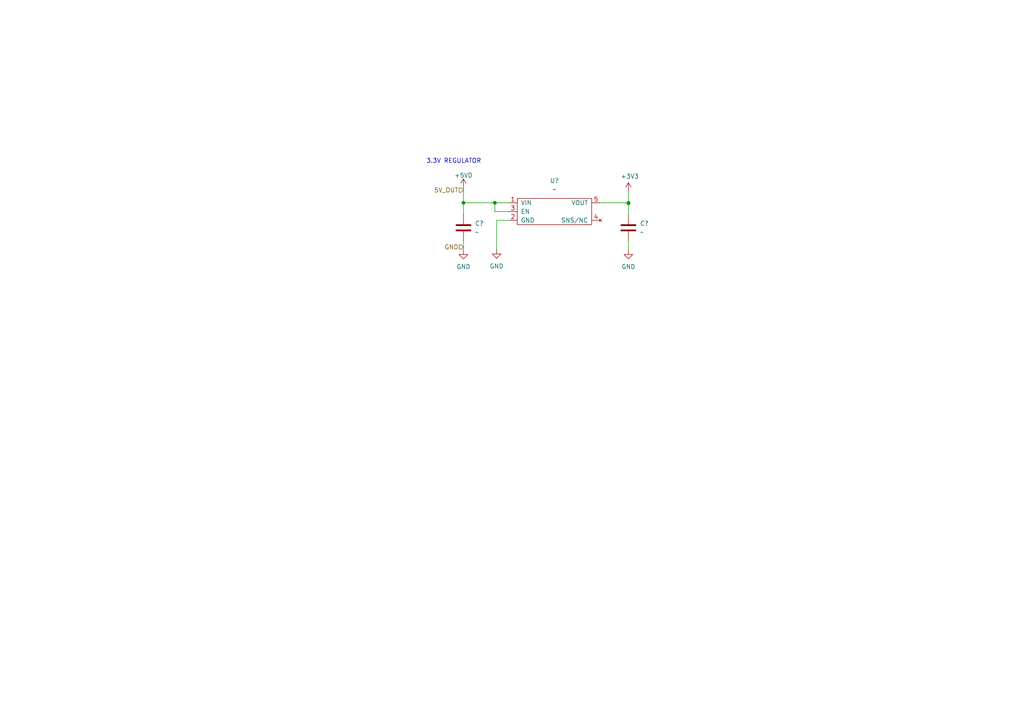
<source format=kicad_sch>
(kicad_sch (version 20211123) (generator eeschema)
  (paper "A4")
  (lib_symbols
    (symbol "Device:C" (pin_numbers hide) (pin_names (offset 0.254))
      (property "Reference" "C" (at 0.635 2.54 0))
      (property "Value" "C" (at 0.635 -2.54 0))
      (symbol "C_0_1"
        (polyline (pts (xy -2.032 -0.762) (xy 2.032 -0.762)) (stroke (width 0.508)))
        (polyline (pts (xy -2.032 0.762) (xy 2.032 0.762)) (stroke (width 0.508)))
      )
      (symbol "C_1_1"
        (pin passive line (at 0 3.81 270) (length 2.794) (name "~") (number "1"))
        (pin passive line (at 0 -3.81 90) (length 2.794) (name "~") (number "2"))
      )
    )
    (symbol "Packetworx_Symbols:RT9080" (pin_names (offset 1.016))
      (property "Reference" "U" (at 1.27 1.27 0))
      (property "Value" "RT9080" (at 11.43 -8.89 0))
      (symbol "RT9080_0_1"
        (rectangle (start 21.59 -7.62) (end 0 0))
      )
      (symbol "RT9080_1_1"
        (pin power_in line (at -2.54 -1.27 0) (length 2.54) (name "VIN") (number "1"))
        (pin input line (at -2.54 -6.35 0) (length 2.54) (name "GND") (number "2"))
        (pin input line (at -2.54 -3.81 0) (length 2.54) (name "EN") (number "3"))
        (pin no_connect line (at 24.13 -6.35 180) (length 2.54) (name "SNS/NC") (number "4"))
        (pin power_out line (at 24.13 -1.27 180) (length 2.54) (name "VOUT") (number "5"))
      )
    )
    (symbol "power:+3V3" (power) (pin_names (offset 0))
      (property "Value" "+3V3" (at 0 3.556 0))
      (symbol "+3V3_0_1"
        (polyline (pts (xy -0.762 1.27) (xy 0 2.54)))
        (polyline (pts (xy 0 0) (xy 0 2.54)))
        (polyline (pts (xy 0 2.54) (xy 0.762 1.27)))
      )
      (symbol "+3V3_1_1"
        (pin power_in line (at 0 0 90) (length 0) hide (name "+3V3") (number "1"))
      )
    )
    (symbol "power:+5VD" (power) (pin_names (offset 0))
      (property "Value" "+5VD" (at 0 3.556 0))
      (symbol "+5VD_0_1"
        (polyline (pts (xy -0.762 1.27) (xy 0 2.54)))
        (polyline (pts (xy 0 0) (xy 0 2.54)))
        (polyline (pts (xy 0 2.54) (xy 0.762 1.27)))
      )
      (symbol "+5VD_1_1"
        (pin power_in line (at 0 0 90) (length 0) hide (name "+5VD") (number "1"))
      )
    )
    (symbol "power:GND" (power) (pin_names (offset 0))
      (property "Value" "GND" (at 0 -3.81 0))
      (symbol "GND_0_1"
        (polyline (pts (xy 0 0) (xy 0 -1.27) (xy 1.27 -1.27) (xy 0 -2.54) (xy -1.27 -1.27) (xy 0 -1.27)))
      )
      (symbol "GND_1_1"
        (pin power_in line (at 0 0 270) (length 0) hide (name "GND") (number "1"))
      )
    )
  )
  (junction (at 182.2664 58.8216))
  (junction (at 182.2664 58.9523))
  (junction (at 143.5278 58.8216))
  (junction (at 134.4256 58.8216))
  (wire (pts (xy 134.4256 58.8216) (xy 134.4256 62.2543)))
  (wire (pts (xy 147.4804 58.8216) (xy 143.5278 58.8216)))
  (wire (pts (xy 144.035 63.9016) (xy 144.035 72.3924)))
  (wire (pts (xy 134.4256 54.4419) (xy 134.4256 58.8216)))
  (wire (pts (xy 143.5278 61.3616) (xy 143.5278 58.8216)))
  (wire (pts (xy 147.4804 63.9016) (xy 144.035 63.9016)))
  (wire (pts (xy 134.4256 69.8743) (xy 134.4256 72.5414)))
  (wire (pts (xy 143.5278 58.8216) (xy 134.4256 58.8216)))
  (wire (pts (xy 182.2664 58.9523) (xy 182.2664 62.2543)))
  (wire (pts (xy 182.2664 69.8743) (xy 182.2664 72.5414)))
  (wire (pts (xy 182.2664 58.8216) (xy 182.2664 58.9523)))
  (wire (pts (xy 182.2664 55.5475) (xy 182.2664 58.8216)))
  (wire (pts (xy 174.1504 58.8216) (xy 182.2664 58.8216)))
  (wire (pts (xy 147.4804 61.3616) (xy 143.5278 61.3616)))
  (text "3.3V REGULATOR\n" (at 123.622 47.5537 0) (effects (font (size 1.27 1.27)) (justify left bottom)))
  (hierarchical_label "5V_OUT" (shape input) (at 134.4256 55.1345 180))
  (hierarchical_label "GND" (shape input) (at 134.4256 71.6485 180))
  (symbol (lib_id "power:+3V3") (at 182.2664 55.5475 0) (unit 1)
    (property "Reference" "#PWR?" (effects hide))
    (property "Value" "+3V3" (at 182.6474 51.1533 0))
  )
  (symbol (lib_id "power:GND") (at 144.035 72.3924 0) (unit 1)
    (property "Reference" "#PWR?" (effects hide))
    (property "Value" "~" (at 144.035 77.2071 0))
  )
  (symbol (lib_id "power:GND") (at 134.4256 72.5414 0) (unit 1)
    (property "Reference" "#PWR?" (effects hide))
    (property "Value" "~" (at 134.4256 77.3561 0))
  )
  (symbol (lib_id "power:GND") (at 182.2664 72.5414 0) (unit 1)
    (property "Reference" "#PWR?" (effects hide))
    (property "Value" "~" (at 182.2664 77.3561 0))
  )
  (symbol (lib_id "Device:C") (at 182.2664 66.0643 0) (unit 1)
    (property "Reference" "C?" (at 185.5987 64.7942 0) (effects (justify left)))
    (property "Value" "~" (at 185.5987 67.3342 0) (effects (justify left)))
  )
  (symbol (lib_id "Device:C") (at 134.4256 66.0643 0) (unit 1)
    (property "Reference" "C?" (at 137.7579 64.7942 0) (effects (justify left)))
    (property "Value" "~" (at 137.7579 67.3342 0) (effects (justify left)))
  )
  (symbol (lib_id "power:+5VD") (at 134.4256 54.4419 0) (unit 1)
    (property "Reference" "#PWR?" (effects hide))
    (property "Value" "+5VD" (at 134.4256 50.8661 0))
  )
  (symbol (lib_id "Packetworx_Symbols:RT9080") (at 150.0204 57.5516 0) (unit 1)
    (property "Reference" "U?" (at 160.8154 52.3809 0))
    (property "Value" "~" (at 160.8154 54.9209 0))
  )
)
</source>
